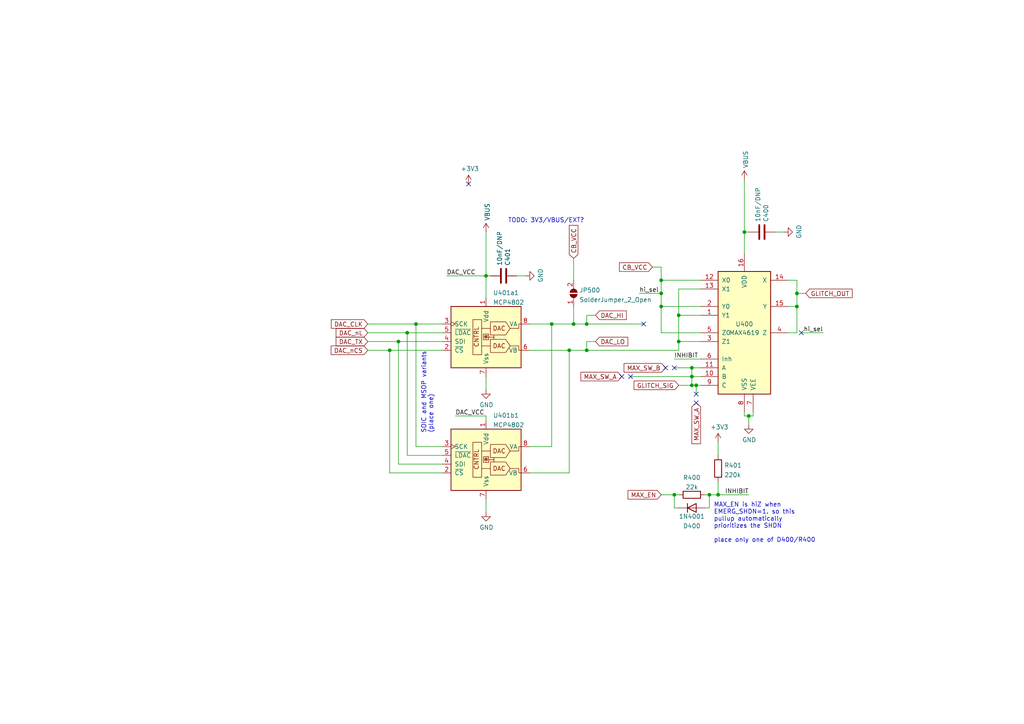
<source format=kicad_sch>
(kicad_sch (version 20211123) (generator eeschema)
  (paper "A4")
  (lib_symbols
    (symbol "4xxx:4053" (pin_names (offset 1.016))
      (property "Reference" "U" (at -7.62 19.05 0))
      (property "Value" "4053" (at -7.62 -19.05 0))
      (symbol "4053_1_0"
        (pin passive line (at -12.7 5.08 0) (length 5.08) (name "Y1") (number "1"))
        (pin input line (at -12.7 -12.7 0) (length 5.08) (name "B") (number "10"))
        (pin input line (at -12.7 -10.16 0) (length 5.08) (name "A") (number "11"))
        (pin passive line (at -12.7 15.24 0) (length 5.08) (name "X0") (number "12"))
        (pin passive line (at -12.7 12.7 0) (length 5.08) (name "X1") (number "13"))
        (pin passive line (at 12.7 15.24 180) (length 5.08) (name "X") (number "14"))
        (pin passive line (at 12.7 7.62 180) (length 5.08) (name "Y") (number "15"))
        (pin power_in line (at 0 22.86 270) (length 5.08) (name "VDD") (number "16"))
        (pin passive line (at -12.7 7.62 0) (length 5.08) (name "Y0") (number "2"))
        (pin passive line (at -12.7 -2.54 0) (length 5.08) (name "Z1") (number "3"))
        (pin passive line (at 12.7 0 180) (length 5.08) (name "Z") (number "4"))
        (pin passive line (at -12.7 0 0) (length 5.08) (name "Z0") (number "5"))
        (pin input line (at -12.7 -7.62 0) (length 5.08) (name "Inh") (number "6"))
        (pin power_in line (at 2.54 -22.86 90) (length 5.08) (name "VEE") (number "7"))
        (pin power_in line (at 0 -22.86 90) (length 5.08) (name "VSS") (number "8"))
        (pin input line (at -12.7 -15.24 0) (length 5.08) (name "C") (number "9"))
      )
      (symbol "4053_1_1"
        (rectangle (start -7.62 17.78) (end 7.62 -17.78) (stroke (width 0.254)) (fill (type background)))
      )
    )
    (symbol "Analog_DAC:MCP4802" (pin_names (offset 1.016))
      (property "Reference" "U" (at -2.54 10.795 0))
      (property "Value" "MCP4802" (at -2.54 8.89 0))
      (symbol "MCP4802_0_0"
        (polyline (pts (xy 0 -1.778) (xy 0 -0.635)))
        (polyline (pts (xy 0.381 -0.889) (xy 0.508 -0.762)))
        (polyline (pts (xy 2.286 -1.143) (xy 2.286 -1.905)))
        (polyline (pts (xy 0.381 -0.889) (xy -0.381 -0.889) (xy -0.508 -1.016)))
        (polyline (pts (xy 0.762 -1.27) (xy 2.286 -1.27) (xy 2.286 -0.762)))
        (polyline (pts (xy 0 -0.889) (xy 0.508 -1.397) (xy -0.508 -1.397) (xy 0 -0.889)))
        (polyline (pts (xy 6.985 -3.81) (xy 9.525 -3.81) (xy 9.525 -5.08) (xy 10.16 -5.08)))
        (polyline (pts (xy 6.985 1.27) (xy 9.525 1.27) (xy 9.525 2.54) (xy 10.16 2.54)))
        (rectangle (start 0.762 -0.381) (end -0.762 -2.032))
        (text "CNTRL" (at -2.032 -4.191 900) (effects (font (size 1.27 1.27)) (justify left bottom)))
        (text "DAC" (at 3.81 -3.81 0) (effects (font (size 1.27 1.27))))
        (text "DAC" (at 3.81 1.27 0) (effects (font (size 1.27 1.27))))
      )
      (symbol "MCP4802_0_1"
        (rectangle (start -10.16 7.62) (end 10.16 -10.16) (stroke (width 0.254)) (fill (type background)))
        (rectangle (start -1.27 -6.35) (end -3.81 3.81))
        (polyline (pts (xy 1.27 -3.81) (xy -1.27 -3.81)))
        (polyline (pts (xy 1.27 1.27) (xy -1.27 1.27)))
        (polyline (pts (xy 6.985 -3.81) (xy 5.715 -1.905) (xy 1.27 -1.905) (xy 1.27 -5.715) (xy 5.715 -5.715) (xy 6.985 -3.81)))
        (polyline (pts (xy 6.985 1.27) (xy 5.715 3.175) (xy 1.27 3.175) (xy 1.27 -0.635) (xy 5.715 -0.635) (xy 6.985 1.27)))
      )
      (symbol "MCP4802_1_1"
        (pin power_in line (at 0 10.16 270) (length 2.54) (name "Vdd") (number "1"))
        (pin input line (at -12.7 -5.08 0) (length 2.54) (name "~{CS}") (number "2"))
        (pin input clock (at -12.7 2.54 0) (length 2.54) (name "SCK") (number "3"))
        (pin input line (at -12.7 -2.54 0) (length 2.54) (name "SDI") (number "4"))
        (pin input line (at -12.7 0 0) (length 2.54) (name "~{LDAC}") (number "5"))
        (pin output line (at 12.7 -5.08 180) (length 2.54) (name "VB") (number "6"))
        (pin power_in line (at 0 -12.7 90) (length 2.54) (name "Vss") (number "7"))
        (pin output line (at 12.7 2.54 180) (length 2.54) (name "VA") (number "8"))
      )
    )
    (symbol "Device:C" (pin_numbers hide) (pin_names (offset 0.254))
      (property "Reference" "C" (at 0.635 2.54 0))
      (property "Value" "C" (at 0.635 -2.54 0))
      (symbol "C_0_1"
        (polyline (pts (xy -2.032 -0.762) (xy 2.032 -0.762)) (stroke (width 0.508)))
        (polyline (pts (xy -2.032 0.762) (xy 2.032 0.762)) (stroke (width 0.508)))
      )
      (symbol "C_1_1"
        (pin passive line (at 0 3.81 270) (length 2.794) (name "~") (number "1"))
        (pin passive line (at 0 -3.81 90) (length 2.794) (name "~") (number "2"))
      )
    )
    (symbol "Device:R" (pin_numbers hide) (pin_names (offset 0))
      (property "Reference" "R" (at 2.032 0 90))
      (property "Value" "R" (at 0 0 90))
      (symbol "R_0_1"
        (rectangle (start -1.016 -2.54) (end 1.016 2.54) (stroke (width 0.254)))
      )
      (symbol "R_1_1"
        (pin passive line (at 0 3.81 270) (length 1.27) (name "~") (number "1"))
        (pin passive line (at 0 -3.81 90) (length 1.27) (name "~") (number "2"))
      )
    )
    (symbol "Diode:1N4001" (pin_numbers hide) (pin_names (offset 1.016) hide)
      (property "Reference" "D" (at 0 2.54 0))
      (property "Value" "1N4001" (at 0 -2.54 0))
      (symbol "1N4001_0_1"
        (polyline (pts (xy -1.27 1.27) (xy -1.27 -1.27)) (stroke (width 0.254)))
        (polyline (pts (xy 1.27 0) (xy -1.27 0)))
        (polyline (pts (xy 1.27 1.27) (xy 1.27 -1.27) (xy -1.27 0) (xy 1.27 1.27)) (stroke (width 0.254)))
      )
      (symbol "1N4001_1_1"
        (pin passive line (at -3.81 0 0) (length 2.54) (name "K") (number "1"))
        (pin passive line (at 3.81 0 180) (length 2.54) (name "A") (number "2"))
      )
    )
    (symbol "Jumper:SolderJumper_2_Open" (pin_names (offset 0) hide)
      (property "Reference" "JP" (at 0 2.032 0))
      (property "Value" "SolderJumper_2_Open" (at 0 -2.54 0))
      (symbol "SolderJumper_2_Open_0_1"
        (arc (start -0.254 1.016) (mid -1.27 0) (end -0.254 -1.016))
        (arc (start -0.254 1.016) (mid -1.27 0) (end -0.254 -1.016) (fill (type outline)))
        (polyline (pts (xy -0.254 1.016) (xy -0.254 -1.016)))
        (polyline (pts (xy 0.254 1.016) (xy 0.254 -1.016)))
        (arc (start 0.254 -1.016) (mid 1.27 0) (end 0.254 1.016))
        (arc (start 0.254 -1.016) (mid 1.27 0) (end 0.254 1.016) (fill (type outline)))
      )
      (symbol "SolderJumper_2_Open_1_1"
        (pin passive line (at -3.81 0 0) (length 2.54) (name "A") (number "1"))
        (pin passive line (at 3.81 0 180) (length 2.54) (name "B") (number "2"))
      )
    )
    (symbol "power:+3V3" (power) (pin_names (offset 0))
      (property "Value" "+3V3" (at 0 3.556 0))
      (symbol "+3V3_0_1"
        (polyline (pts (xy -0.762 1.27) (xy 0 2.54)))
        (polyline (pts (xy 0 0) (xy 0 2.54)))
        (polyline (pts (xy 0 2.54) (xy 0.762 1.27)))
      )
      (symbol "+3V3_1_1"
        (pin power_in line (at 0 0 90) (length 0) hide (name "+3V3") (number "1"))
      )
    )
    (symbol "power:GND" (power) (pin_names (offset 0))
      (property "Value" "GND" (at 0 -3.81 0))
      (symbol "GND_0_1"
        (polyline (pts (xy 0 0) (xy 0 -1.27) (xy 1.27 -1.27) (xy 0 -2.54) (xy -1.27 -1.27) (xy 0 -1.27)))
      )
      (symbol "GND_1_1"
        (pin power_in line (at 0 0 270) (length 0) hide (name "GND") (number "1"))
      )
    )
    (symbol "power:VBUS" (power) (pin_names (offset 0))
      (property "Value" "VBUS" (at 0 3.81 0))
      (symbol "VBUS_0_1"
        (polyline (pts (xy -0.762 1.27) (xy 0 2.54)))
        (polyline (pts (xy 0 0) (xy 0 2.54)))
        (polyline (pts (xy 0 2.54) (xy 0.762 1.27)))
      )
      (symbol "VBUS_1_1"
        (pin power_in line (at 0 0 90) (length 0) hide (name "VBUS") (number "1"))
      )
    )
  )
  (junction (at 205.74 143.51))
  (junction (at 191.77 85.09))
  (junction (at 215.9 67.31))
  (junction (at 166.37 93.98))
  (junction (at 208.28 143.51))
  (junction (at 170.18 101.6))
  (junction (at 200.66 106.68))
  (junction (at 231.14 85.09))
  (junction (at 191.77 81.28))
  (junction (at 120.65 93.98))
  (junction (at 170.18 93.98))
  (junction (at 113.03 101.6))
  (junction (at 191.77 88.9))
  (junction (at 217.17 120.65))
  (junction (at 115.57 99.06))
  (junction (at 196.85 91.44))
  (junction (at 165.1 101.6))
  (junction (at 195.58 143.51))
  (junction (at 201.93 111.76))
  (junction (at 118.11 96.52))
  (junction (at 200.66 111.76))
  (junction (at 140.97 80.01))
  (junction (at 160.02 93.98))
  (junction (at 196.85 99.06))
  (junction (at 231.14 88.9))
  (junction (at 200.66 109.22))
  (no_connect (at 180.34 109.22))
  (no_connect (at 182.88 109.22))
  (no_connect (at 193.04 106.68))
  (no_connect (at 195.58 106.68))
  (no_connect (at 232.41 96.52))
  (no_connect (at 135.89 53.34))
  (no_connect (at 201.93 116.84))
  (no_connect (at 201.93 114.3))
  (no_connect (at 186.69 93.98))
  (wire (pts (xy 120.65 93.98) (xy 128.27 93.98)))
  (wire (pts (xy 185.42 85.09) (xy 191.77 85.09)))
  (wire (pts (xy 170.18 91.44) (xy 172.72 91.44)))
  (wire (pts (xy 160.02 93.98) (xy 160.02 129.54)))
  (wire (pts (xy 106.68 99.06) (xy 115.57 99.06)))
  (wire (pts (xy 195.58 147.32) (xy 195.58 143.51)))
  (wire (pts (xy 128.27 134.62) (xy 115.57 134.62)))
  (wire (pts (xy 195.58 143.51) (xy 196.85 143.51)))
  (wire (pts (xy 218.44 120.65) (xy 218.44 119.38)))
  (wire (pts (xy 200.66 106.68) (xy 200.66 109.22)))
  (wire (pts (xy 204.47 147.32) (xy 205.74 147.32)))
  (wire (pts (xy 231.14 85.09) (xy 231.14 88.9)))
  (wire (pts (xy 153.67 101.6) (xy 165.1 101.6)))
  (wire (pts (xy 170.18 91.44) (xy 170.18 93.98)))
  (wire (pts (xy 232.41 96.52) (xy 238.76 96.52)))
  (wire (pts (xy 140.97 109.22) (xy 140.97 113.03)))
  (wire (pts (xy 166.37 88.9) (xy 166.37 93.98)))
  (wire (pts (xy 115.57 99.06) (xy 115.57 134.62)))
  (wire (pts (xy 200.66 109.22) (xy 200.66 111.76)))
  (wire (pts (xy 231.14 81.28) (xy 228.6 81.28)))
  (wire (pts (xy 231.14 96.52) (xy 231.14 88.9)))
  (wire (pts (xy 172.72 99.06) (xy 170.18 99.06)))
  (wire (pts (xy 204.47 143.51) (xy 205.74 143.51)))
  (wire (pts (xy 217.17 120.65) (xy 218.44 120.65)))
  (wire (pts (xy 215.9 67.31) (xy 217.17 67.31)))
  (wire (pts (xy 160.02 93.98) (xy 166.37 93.98)))
  (wire (pts (xy 195.58 104.14) (xy 203.2 104.14)))
  (wire (pts (xy 189.23 77.47) (xy 191.77 77.47)))
  (wire (pts (xy 165.1 101.6) (xy 165.1 137.16)))
  (wire (pts (xy 196.85 91.44) (xy 196.85 83.82)))
  (wire (pts (xy 224.79 67.31) (xy 227.33 67.31)))
  (wire (pts (xy 113.03 137.16) (xy 128.27 137.16)))
  (wire (pts (xy 191.77 85.09) (xy 191.77 81.28)))
  (wire (pts (xy 182.88 109.22) (xy 200.66 109.22)))
  (wire (pts (xy 203.2 96.52) (xy 191.77 96.52)))
  (wire (pts (xy 191.77 143.51) (xy 195.58 143.51)))
  (wire (pts (xy 149.86 80.01) (xy 152.4 80.01)))
  (wire (pts (xy 153.67 137.16) (xy 165.1 137.16)))
  (wire (pts (xy 196.85 91.44) (xy 196.85 99.06)))
  (wire (pts (xy 191.77 96.52) (xy 191.77 88.9)))
  (wire (pts (xy 132.08 120.65) (xy 140.97 120.65)))
  (wire (pts (xy 128.27 101.6) (xy 113.03 101.6)))
  (wire (pts (xy 196.85 147.32) (xy 195.58 147.32)))
  (wire (pts (xy 106.68 93.98) (xy 120.65 93.98)))
  (wire (pts (xy 215.9 120.65) (xy 217.17 120.65)))
  (wire (pts (xy 113.03 101.6) (xy 113.03 137.16)))
  (wire (pts (xy 140.97 120.65) (xy 140.97 121.92)))
  (wire (pts (xy 191.77 81.28) (xy 203.2 81.28)))
  (wire (pts (xy 196.85 91.44) (xy 203.2 91.44)))
  (wire (pts (xy 200.66 109.22) (xy 203.2 109.22)))
  (wire (pts (xy 170.18 101.6) (xy 196.85 101.6)))
  (wire (pts (xy 128.27 129.54) (xy 120.65 129.54)))
  (wire (pts (xy 170.18 93.98) (xy 186.69 93.98)))
  (wire (pts (xy 118.11 96.52) (xy 118.11 132.08)))
  (wire (pts (xy 215.9 120.65) (xy 215.9 119.38)))
  (wire (pts (xy 215.9 67.31) (xy 215.9 52.07)))
  (wire (pts (xy 153.67 93.98) (xy 160.02 93.98)))
  (wire (pts (xy 191.77 88.9) (xy 203.2 88.9)))
  (wire (pts (xy 191.77 77.47) (xy 191.77 81.28)))
  (wire (pts (xy 195.58 106.68) (xy 200.66 106.68)))
  (wire (pts (xy 118.11 96.52) (xy 128.27 96.52)))
  (wire (pts (xy 205.74 143.51) (xy 208.28 143.51)))
  (wire (pts (xy 201.93 114.3) (xy 201.93 111.76)))
  (wire (pts (xy 228.6 96.52) (xy 231.14 96.52)))
  (wire (pts (xy 153.67 129.54) (xy 160.02 129.54)))
  (wire (pts (xy 140.97 144.78) (xy 140.97 148.59)))
  (wire (pts (xy 196.85 99.06) (xy 203.2 99.06)))
  (wire (pts (xy 113.03 101.6) (xy 106.68 101.6)))
  (wire (pts (xy 191.77 88.9) (xy 191.77 85.09)))
  (wire (pts (xy 208.28 143.51) (xy 217.17 143.51)))
  (wire (pts (xy 165.1 101.6) (xy 170.18 101.6)))
  (wire (pts (xy 196.85 111.76) (xy 200.66 111.76)))
  (wire (pts (xy 205.74 147.32) (xy 205.74 143.51)))
  (wire (pts (xy 208.28 128.27) (xy 208.28 132.08)))
  (wire (pts (xy 129.54 80.01) (xy 140.97 80.01)))
  (wire (pts (xy 196.85 99.06) (xy 196.85 101.6)))
  (wire (pts (xy 200.66 106.68) (xy 203.2 106.68)))
  (wire (pts (xy 231.14 85.09) (xy 233.68 85.09)))
  (wire (pts (xy 217.17 120.65) (xy 217.17 123.19)))
  (wire (pts (xy 140.97 80.01) (xy 140.97 67.31)))
  (wire (pts (xy 201.93 111.76) (xy 203.2 111.76)))
  (wire (pts (xy 231.14 81.28) (xy 231.14 85.09)))
  (wire (pts (xy 231.14 88.9) (xy 228.6 88.9)))
  (wire (pts (xy 140.97 80.01) (xy 142.24 80.01)))
  (wire (pts (xy 200.66 111.76) (xy 201.93 111.76)))
  (wire (pts (xy 106.68 96.52) (xy 118.11 96.52)))
  (wire (pts (xy 140.97 80.01) (xy 140.97 86.36)))
  (wire (pts (xy 128.27 132.08) (xy 118.11 132.08)))
  (wire (pts (xy 166.37 74.93) (xy 166.37 81.28)))
  (wire (pts (xy 166.37 93.98) (xy 170.18 93.98)))
  (wire (pts (xy 215.9 67.31) (xy 215.9 73.66)))
  (wire (pts (xy 208.28 139.7) (xy 208.28 143.51)))
  (wire (pts (xy 120.65 93.98) (xy 120.65 129.54)))
  (wire (pts (xy 115.57 99.06) (xy 128.27 99.06)))
  (wire (pts (xy 170.18 99.06) (xy 170.18 101.6)))
  (wire (pts (xy 196.85 83.82) (xy 203.2 83.82)))
  (text "MAX_EN is hiZ when\nEMERG_SHDN=1. so this\npullup automatically\nprioritizes the SHDN\n\nplace only one of D400/R400" (at 207.01 157.48 0) (effects (font (size 1.27 1.27)) (justify left bottom)))
  (text "TODO: 3V3/VBUS/EXT?" (at 147.32 64.77 0) (effects (font (size 1.27 1.27)) (justify left bottom)))
  (text "SOIC and MSOP variants\n(place one)" (at 125.73 125.73 90) (effects (font (size 1.27 1.27)) (justify left bottom)))
  (label "INHIBIT" (at 195.58 104.14 0))
  (label "DAC_VCC" (at 132.08 120.65 0))
  (label "hi_sel" (at 185.42 85.09 0))
  (label "DAC_VCC" (at 129.54 80.01 0))
  (label "hi_sel" (at 238.76 96.52 180))
  (label "INHIBIT" (at 217.17 143.51 180))
  (global_label "DAC_nL" (shape input) (at 106.68 96.52 180) (property "Intersheet References" "${INTERSHEET_REFS}" (effects hide)))
  (global_label "MAX_SW_A" (shape input) (at 201.93 116.84 270) (property "Intersheet References" "${INTERSHEET_REFS}" (effects hide)))
  (global_label "DAC_HI" (shape input) (at 172.72 91.44 0) (property "Intersheet References" "${INTERSHEET_REFS}" (effects hide)))
  (global_label "CB_VCC" (shape input) (at 189.23 77.47 180) (property "Intersheet References" "${INTERSHEET_REFS}" (effects hide)))
  (global_label "MAX_EN" (shape input) (at 191.77 143.51 180) (property "Intersheet References" "${INTERSHEET_REFS}" (effects hide)))
  (global_label "MAX_SW_B" (shape input) (at 193.04 106.68 180) (property "Intersheet References" "${INTERSHEET_REFS}" (effects hide)))
  (global_label "DAC_LO" (shape input) (at 172.72 99.06 0) (property "Intersheet References" "${INTERSHEET_REFS}" (effects hide)))
  (global_label "GLITCH_SIG" (shape input) (at 196.85 111.76 180) (property "Intersheet References" "${INTERSHEET_REFS}" (effects hide)))
  (global_label "GLITCH_OUT" (shape input) (at 233.68 85.09 0) (property "Intersheet References" "${INTERSHEET_REFS}" (effects hide)))
  (global_label "DAC_CLK" (shape input) (at 106.68 93.98 180) (property "Intersheet References" "${INTERSHEET_REFS}" (effects hide)))
  (global_label "DAC_TX" (shape input) (at 106.68 99.06 180) (property "Intersheet References" "${INTERSHEET_REFS}" (effects hide)))
  (global_label "DAC_nCS" (shape input) (at 106.68 101.6 180) (property "Intersheet References" "${INTERSHEET_REFS}" (effects hide)))
  (global_label "CB_VCC" (shape input) (at 166.37 74.93 90) (property "Intersheet References" "${INTERSHEET_REFS}" (effects hide)))
  (global_label "MAX_SW_A" (shape input) (at 180.34 109.22 180) (property "Intersheet References" "${INTERSHEET_REFS}" (effects hide)))
  (symbol (lib_id "power:VBUS") (at 215.9 52.07 0) (unit 1)
    (property "Reference" "#PWR0156" (effects hide))
    (property "Value" "VBUS" (at 216.281 48.8188 90) (effects (justify left)))
  )
  (symbol (lib_id "4xxx:4053") (at 215.9 96.52 0) (unit 1)
    (property "Reference" "U400" (at 215.9 93.98 0))
    (property "Value" "MAX4619" (at 215.9 96.52 0))
    (property "Footprint" "Package_SO:SO-16_3.9x9.9mm_P1.27mm" (effects hide))
    (property "Datasheet" "http://www.intersil.com/content/dam/Intersil/documents/cd40/cd4051bms-52bms-53bms.pdf" (effects hide))
  )
  (symbol (lib_id "power:GND") (at 217.17 123.19 0) (unit 1)
    (property "Reference" "#PWR0149" (effects hide))
    (property "Value" "GND" (at 217.297 127.5842 0))
  )
  (symbol (lib_id "Device:C") (at 146.05 80.01 270) (mirror x) (unit 1)
    (property "Reference" "C401" (at 147.2184 77.089 0) (effects (justify left)))
    (property "Value" "10nF/DNP" (at 144.907 77.089 0) (effects (justify left)))
    (property "Footprint" "Capacitor_SMD:C_0805_2012Metric_Pad1.18x1.45mm_HandSolder" (effects hide))
  )
  (symbol (lib_id "power:GND") (at 140.97 113.03 0) (unit 1)
    (property "Reference" "#PWR0146" (effects hide))
    (property "Value" "GND" (at 141.097 117.4242 0))
  )
  (symbol (lib_id "Device:C") (at 220.98 67.31 270) (mirror x) (unit 1)
    (property "Reference" "C400" (at 222.1484 64.389 0) (effects (justify left)))
    (property "Value" "10nF/DNP" (at 219.837 64.389 0) (effects (justify left)))
    (property "Footprint" "Capacitor_SMD:C_0805_2012Metric_Pad1.18x1.45mm_HandSolder" (effects hide))
  )
  (symbol (lib_id "power:+3V3") (at 135.89 53.34 0) (unit 1)
    (property "Reference" "#PWR0144" (effects hide))
    (property "Value" "+3V3" (at 136.271 48.9458 0))
  )
  (symbol (lib_id "power:GND") (at 152.4 80.01 90) (unit 1)
    (property "Reference" "#PWR0145" (effects hide))
    (property "Value" "GND" (at 156.7942 79.883 0))
  )
  (symbol (lib_id "Diode:1N4001") (at 200.66 147.32 0) (mirror x) (unit 1)
    (property "Reference" "D400" (at 200.66 152.5565 0))
    (property "Value" "1N4001" (at 200.66 149.7814 0))
    (property "Footprint" "Diode_SMD:D_SOD-123" (effects hide))
    (property "Datasheet" "http://www.vishay.com/docs/88503/1n4001.pdf" (effects hide))
  )
  (symbol (lib_id "power:GND") (at 140.97 148.59 0) (unit 1)
    (property "Reference" "#PWR0147" (effects hide))
    (property "Value" "GND" (at 141.097 152.9842 0))
  )
  (symbol (lib_id "Analog_DAC:MCP4802") (at 140.97 96.52 0) (unit 1)
    (property "Reference" "U401a1" (at 142.9894 84.9335 0) (effects (justify left)))
    (property "Value" "MCP4802" (at 142.9894 87.7086 0) (effects (justify left)))
    (property "Footprint" "Package_SO:SOIC-8_3.9x4.9mm_P1.27mm" (effects hide))
    (property "Datasheet" "http://ww1.microchip.com/downloads/en/DeviceDoc/20002249B.pdf" (effects hide))
  )
  (symbol (lib_id "Device:R") (at 200.66 143.51 90) (unit 1)
    (property "Reference" "R400" (at 200.66 138.5275 90))
    (property "Value" "22k" (at 200.66 141.3026 90))
    (property "Footprint" "Resistor_SMD:R_0805_2012Metric_Pad1.20x1.40mm_HandSolder" (effects hide))
  )
  (symbol (lib_id "Analog_DAC:MCP4802") (at 140.97 132.08 0) (unit 1) (in_bom no)
    (property "Reference" "U401b1" (at 142.9894 120.4935 0) (effects (justify left)))
    (property "Value" "MCP4802" (at 142.9894 123.2686 0) (effects (justify left)))
    (property "Footprint" "Package_SO:MSOP-8_3x3mm_P0.65mm" (effects hide))
    (property "Datasheet" "http://ww1.microchip.com/downloads/en/DeviceDoc/20002249B.pdf" (effects hide))
  )
  (symbol (lib_id "power:+3V3") (at 208.28 128.27 0) (unit 1)
    (property "Reference" "#PWR0161" (effects hide))
    (property "Value" "+3V3" (at 208.661 123.8758 0))
  )
  (symbol (lib_id "Device:R") (at 208.28 135.89 180) (unit 1)
    (property "Reference" "R401" (at 210.058 134.9815 0) (effects (justify right)))
    (property "Value" "220k" (at 210.058 137.7566 0) (effects (justify right)))
    (property "Footprint" "Resistor_SMD:R_0805_2012Metric_Pad1.20x1.40mm_HandSolder" (effects hide))
  )
  (symbol (lib_id "Jumper:SolderJumper_2_Open") (at 166.37 85.09 90) (unit 1) (in_bom no) (on_board no)
    (property "Reference" "JP500" (at 168.021 84.1815 90) (effects (justify right)))
    (property "Value" "SolderJumper_2_Open" (at 168.021 86.9566 90) (effects (justify right)))
    (property "Footprint" "Jumper:SolderJumper-2_P1.3mm_Open_RoundedPad1.0x1.5mm" (effects hide))
  )
  (symbol (lib_id "power:VBUS") (at 140.97 67.31 0) (unit 1)
    (property "Reference" "#PWR0158" (effects hide))
    (property "Value" "VBUS" (at 141.351 64.0588 90) (effects (justify left)))
  )
  (symbol (lib_id "power:GND") (at 227.33 67.31 90) (unit 1)
    (property "Reference" "#PWR0160" (effects hide))
    (property "Value" "GND" (at 231.7242 67.183 0))
  )
)
</source>
